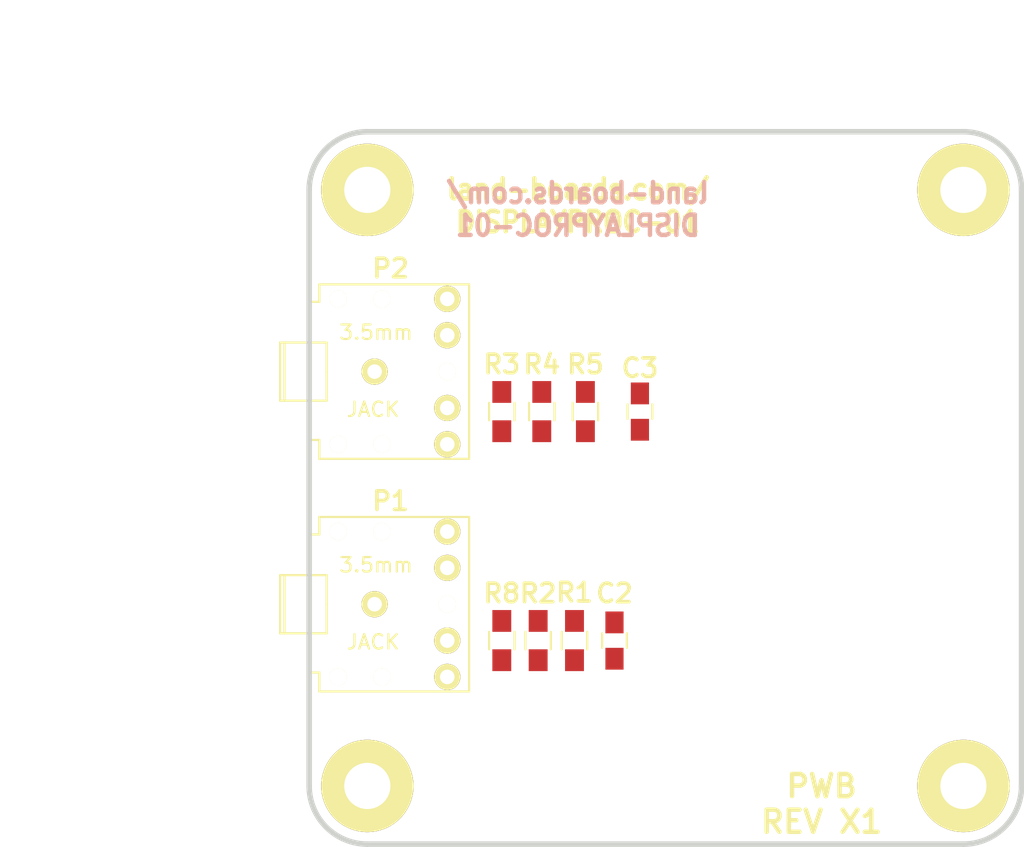
<source format=kicad_pcb>
(kicad_pcb (version 4) (host pcbnew "(after 2015-mar-04 BZR unknown)-product")

  (general
    (links 14)
    (no_connects 14)
    (area 154.809499 79.809499 204.190501 129.190501)
    (thickness 1.6002)
    (drawings 17)
    (tracks 0)
    (zones 0)
    (modules 14)
    (nets 7)
  )

  (page A)
  (title_block
    (title LED-TEST-2)
    (date "Thursday, October 06, 2016")
    (rev X1)
  )

  (layers
    (0 Front signal)
    (31 Back signal)
    (36 B.SilkS user)
    (37 F.SilkS user)
    (38 B.Mask user)
    (39 F.Mask user)
    (40 Dwgs.User user)
    (41 Cmts.User user)
    (44 Edge.Cuts user)
  )

  (setup
    (last_trace_width 0.2032)
    (user_trace_width 0.635)
    (trace_clearance 0.254)
    (zone_clearance 0.254)
    (zone_45_only no)
    (trace_min 0.2032)
    (segment_width 0.381)
    (edge_width 0.381)
    (via_size 0.889)
    (via_drill 0.635)
    (via_min_size 0.889)
    (via_min_drill 0.508)
    (uvia_size 0.508)
    (uvia_drill 0.127)
    (uvias_allowed no)
    (uvia_min_size 0.508)
    (uvia_min_drill 0.127)
    (pcb_text_width 0.3048)
    (pcb_text_size 1.524 2.032)
    (mod_edge_width 0.381)
    (mod_text_size 1.27 1.27)
    (mod_text_width 0.254)
    (pad_size 1.6764 1.6764)
    (pad_drill 0.8128)
    (pad_to_mask_clearance 0.254)
    (aux_axis_origin 0 0)
    (visible_elements 7FFFFF6F)
    (pcbplotparams
      (layerselection 0x010f0_80000001)
      (usegerberextensions true)
      (excludeedgelayer true)
      (linewidth 0.150000)
      (plotframeref false)
      (viasonmask false)
      (mode 1)
      (useauxorigin false)
      (hpglpennumber 1)
      (hpglpenspeed 20)
      (hpglpendiameter 15)
      (hpglpenoverlay 0)
      (psnegative false)
      (psa4output false)
      (plotreference true)
      (plotvalue false)
      (plotinvisibletext false)
      (padsonsilk false)
      (subtractmaskfromsilk false)
      (outputformat 1)
      (mirror false)
      (drillshape 0)
      (scaleselection 1)
      (outputdirectory plots/))
  )

  (net 0 "")
  (net 1 GND)
  (net 2 "Net-(C2-Pad2)")
  (net 3 "Net-(C3-Pad2)")
  (net 4 "Net-(P1-Pad1)")
  (net 5 "Net-(P2-Pad1)")
  (net 6 +5V)

  (net_class Default "This is the default net class."
    (clearance 0.254)
    (trace_width 0.2032)
    (via_dia 0.889)
    (via_drill 0.635)
    (uvia_dia 0.508)
    (uvia_drill 0.127)
    (add_net +5V)
    (add_net GND)
    (add_net "Net-(C2-Pad2)")
    (add_net "Net-(C3-Pad2)")
    (add_net "Net-(P1-Pad1)")
    (add_net "Net-(P2-Pad1)")
  )

  (module Capacitors_SMD:C_0805_HandSoldering (layer Front) (tedit 58FE5BA8) (tstamp 5820C9AC)
    (at 176 115 270)
    (descr "Capacitor SMD 0805, hand soldering")
    (tags "capacitor 0805")
    (path /58FE7316)
    (attr smd)
    (fp_text reference C2 (at -3.25 0 360) (layer F.SilkS)
      (effects (font (size 1.27 1.27) (thickness 0.254)))
    )
    (fp_text value 22pF (at 0 2.1 270) (layer F.SilkS) hide
      (effects (font (size 1 1) (thickness 0.15)))
    )
    (fp_line (start -1 0.625) (end -1 -0.625) (layer F.Fab) (width 0.15))
    (fp_line (start 1 0.625) (end -1 0.625) (layer F.Fab) (width 0.15))
    (fp_line (start 1 -0.625) (end 1 0.625) (layer F.Fab) (width 0.15))
    (fp_line (start -1 -0.625) (end 1 -0.625) (layer F.Fab) (width 0.15))
    (fp_line (start -2.3 -1) (end 2.3 -1) (layer F.CrtYd) (width 0.05))
    (fp_line (start -2.3 1) (end 2.3 1) (layer F.CrtYd) (width 0.05))
    (fp_line (start -2.3 -1) (end -2.3 1) (layer F.CrtYd) (width 0.05))
    (fp_line (start 2.3 -1) (end 2.3 1) (layer F.CrtYd) (width 0.05))
    (fp_line (start 0.5 -0.85) (end -0.5 -0.85) (layer F.SilkS) (width 0.15))
    (fp_line (start -0.5 0.85) (end 0.5 0.85) (layer F.SilkS) (width 0.15))
    (pad 1 smd rect (at -1.25 0 270) (size 1.5 1.25) (layers Front F.Mask)
      (net 1 GND))
    (pad 2 smd rect (at 1.25 0 270) (size 1.5 1.25) (layers Front F.Mask)
      (net 2 "Net-(C2-Pad2)"))
    (model Capacitors_SMD.3dshapes/C_0805_HandSoldering.wrl
      (at (xyz 0 0 0))
      (scale (xyz 1 1 1))
      (rotate (xyz 0 0 0))
    )
  )

  (module Resistors_SMD:R_0805_HandSoldering (layer Front) (tedit 5820C55E) (tstamp 5820C9D8)
    (at 173.25 115 270)
    (descr "Resistor SMD 0805, hand soldering")
    (tags "resistor 0805")
    (path /58FE6E9A)
    (attr smd)
    (fp_text reference R1 (at -3.302 0 360) (layer F.SilkS)
      (effects (font (size 1.27 1.27) (thickness 0.254)))
    )
    (fp_text value 10K (at 0 2.1 270) (layer F.SilkS) hide
      (effects (font (size 1 1) (thickness 0.15)))
    )
    (fp_line (start -2.4 -1) (end 2.4 -1) (layer F.CrtYd) (width 0.05))
    (fp_line (start -2.4 1) (end 2.4 1) (layer F.CrtYd) (width 0.05))
    (fp_line (start -2.4 -1) (end -2.4 1) (layer F.CrtYd) (width 0.05))
    (fp_line (start 2.4 -1) (end 2.4 1) (layer F.CrtYd) (width 0.05))
    (fp_line (start 0.6 0.875) (end -0.6 0.875) (layer F.SilkS) (width 0.15))
    (fp_line (start -0.6 -0.875) (end 0.6 -0.875) (layer F.SilkS) (width 0.15))
    (pad 1 smd rect (at -1.35 0 270) (size 1.5 1.3) (layers Front F.Mask)
      (net 6 +5V))
    (pad 2 smd rect (at 1.35 0 270) (size 1.5 1.3) (layers Front F.Mask)
      (net 2 "Net-(C2-Pad2)"))
    (model Resistors_SMD.3dshapes/R_0805_HandSoldering.wrl
      (at (xyz 0 0 0))
      (scale (xyz 1 1 1))
      (rotate (xyz 0 0 0))
    )
  )

  (module Resistors_SMD:R_0805_HandSoldering (layer Front) (tedit 58FE5BA0) (tstamp 5820C9E4)
    (at 170.75 115 90)
    (descr "Resistor SMD 0805, hand soldering")
    (tags "resistor 0805")
    (path /58FE7094)
    (attr smd)
    (fp_text reference R2 (at 3.25 0 180) (layer F.SilkS)
      (effects (font (size 1.27 1.27) (thickness 0.254)))
    )
    (fp_text value 10K (at 0 2.1 90) (layer F.SilkS) hide
      (effects (font (size 1 1) (thickness 0.15)))
    )
    (fp_line (start -2.4 -1) (end 2.4 -1) (layer F.CrtYd) (width 0.05))
    (fp_line (start -2.4 1) (end 2.4 1) (layer F.CrtYd) (width 0.05))
    (fp_line (start -2.4 -1) (end -2.4 1) (layer F.CrtYd) (width 0.05))
    (fp_line (start 2.4 -1) (end 2.4 1) (layer F.CrtYd) (width 0.05))
    (fp_line (start 0.6 0.875) (end -0.6 0.875) (layer F.SilkS) (width 0.15))
    (fp_line (start -0.6 -0.875) (end 0.6 -0.875) (layer F.SilkS) (width 0.15))
    (pad 1 smd rect (at -1.35 0 90) (size 1.5 1.3) (layers Front F.Mask)
      (net 2 "Net-(C2-Pad2)"))
    (pad 2 smd rect (at 1.35 0 90) (size 1.5 1.3) (layers Front F.Mask)
      (net 1 GND))
    (model Resistors_SMD.3dshapes/R_0805_HandSoldering.wrl
      (at (xyz 0 0 0))
      (scale (xyz 1 1 1))
      (rotate (xyz 0 0 0))
    )
  )

  (module Resistors_SMD:R_0805_HandSoldering (layer Front) (tedit 58FE5B90) (tstamp 5820D29E)
    (at 174 99.25 90)
    (descr "Resistor SMD 0805, hand soldering")
    (tags "resistor 0805")
    (path /58FE76F4)
    (attr smd)
    (fp_text reference R5 (at 3.25 0 180) (layer F.SilkS)
      (effects (font (size 1.27 1.27) (thickness 0.254)))
    )
    (fp_text value 10K (at 0 2.1 90) (layer B.SilkS) hide
      (effects (font (size 1 1) (thickness 0.15)) (justify mirror))
    )
    (fp_line (start -2.4 -1) (end 2.4 -1) (layer F.CrtYd) (width 0.05))
    (fp_line (start -2.4 1) (end 2.4 1) (layer F.CrtYd) (width 0.05))
    (fp_line (start -2.4 -1) (end -2.4 1) (layer F.CrtYd) (width 0.05))
    (fp_line (start 2.4 -1) (end 2.4 1) (layer F.CrtYd) (width 0.05))
    (fp_line (start 0.6 0.875) (end -0.6 0.875) (layer F.SilkS) (width 0.15))
    (fp_line (start -0.6 -0.875) (end 0.6 -0.875) (layer F.SilkS) (width 0.15))
    (pad 1 smd rect (at -1.35 0 90) (size 1.5 1.3) (layers Front F.Mask)
      (net 3 "Net-(C3-Pad2)"))
    (pad 2 smd rect (at 1.35 0 90) (size 1.5 1.3) (layers Front F.Mask)
      (net 1 GND))
    (model Resistors_SMD.3dshapes/R_0805_HandSoldering.wrl
      (at (xyz 0 0 0))
      (scale (xyz 1 1 1))
      (rotate (xyz 0 0 0))
    )
  )

  (module Resistors_SMD:R_0805_HandSoldering (layer Front) (tedit 58FE5B8B) (tstamp 58235945)
    (at 171 99.25 270)
    (descr "Resistor SMD 0805, hand soldering")
    (tags "resistor 0805")
    (path /58FE76EE)
    (attr smd)
    (fp_text reference R4 (at -3.25 0 360) (layer F.SilkS)
      (effects (font (size 1.27 1.27) (thickness 0.254)))
    )
    (fp_text value 10K (at 0 2.1 270) (layer B.SilkS) hide
      (effects (font (size 1 1) (thickness 0.15)) (justify mirror))
    )
    (fp_line (start -2.4 -1) (end 2.4 -1) (layer F.CrtYd) (width 0.05))
    (fp_line (start -2.4 1) (end 2.4 1) (layer F.CrtYd) (width 0.05))
    (fp_line (start -2.4 -1) (end -2.4 1) (layer F.CrtYd) (width 0.05))
    (fp_line (start 2.4 -1) (end 2.4 1) (layer F.CrtYd) (width 0.05))
    (fp_line (start 0.6 0.875) (end -0.6 0.875) (layer F.SilkS) (width 0.15))
    (fp_line (start -0.6 -0.875) (end 0.6 -0.875) (layer F.SilkS) (width 0.15))
    (pad 1 smd rect (at -1.35 0 270) (size 1.5 1.3) (layers Front F.Mask)
      (net 6 +5V))
    (pad 2 smd rect (at 1.35 0 270) (size 1.5 1.3) (layers Front F.Mask)
      (net 3 "Net-(C3-Pad2)"))
    (model Resistors_SMD.3dshapes/R_0805_HandSoldering.wrl
      (at (xyz 0 0 0))
      (scale (xyz 1 1 1))
      (rotate (xyz 0 0 0))
    )
  )

  (module Resistors_SMD:R_0805_HandSoldering (layer Front) (tedit 58FE5B86) (tstamp 58235951)
    (at 168.25 99.25 270)
    (descr "Resistor SMD 0805, hand soldering")
    (tags "resistor 0805")
    (path /58FE6E60)
    (attr smd)
    (fp_text reference R3 (at -3.25 0 360) (layer F.SilkS)
      (effects (font (size 1.27 1.27) (thickness 0.254)))
    )
    (fp_text value 56 (at 0 2.1 270) (layer F.SilkS) hide
      (effects (font (size 1 1) (thickness 0.15)))
    )
    (fp_line (start -2.4 -1) (end 2.4 -1) (layer F.CrtYd) (width 0.05))
    (fp_line (start -2.4 1) (end 2.4 1) (layer F.CrtYd) (width 0.05))
    (fp_line (start -2.4 -1) (end -2.4 1) (layer F.CrtYd) (width 0.05))
    (fp_line (start 2.4 -1) (end 2.4 1) (layer F.CrtYd) (width 0.05))
    (fp_line (start 0.6 0.875) (end -0.6 0.875) (layer F.SilkS) (width 0.15))
    (fp_line (start -0.6 -0.875) (end 0.6 -0.875) (layer F.SilkS) (width 0.15))
    (pad 1 smd rect (at -1.35 0 270) (size 1.5 1.3) (layers Front F.Mask)
      (net 5 "Net-(P2-Pad1)"))
    (pad 2 smd rect (at 1.35 0 270) (size 1.5 1.3) (layers Front F.Mask)
      (net 3 "Net-(C3-Pad2)"))
    (model Resistors_SMD.3dshapes/R_0805_HandSoldering.wrl
      (at (xyz 0 0 0))
      (scale (xyz 1 1 1))
      (rotate (xyz 0 0 0))
    )
  )

  (module Capacitors_SMD:C_0805_HandSoldering (layer Front) (tedit 58FE5B94) (tstamp 58236787)
    (at 177.75 99.25 270)
    (descr "Capacitor SMD 0805, hand soldering")
    (tags "capacitor 0805")
    (path /58FE76FA)
    (attr smd)
    (fp_text reference C3 (at -3 0 360) (layer F.SilkS)
      (effects (font (size 1.27 1.27) (thickness 0.254)))
    )
    (fp_text value 22pF (at 0 2.1 270) (layer F.SilkS) hide
      (effects (font (size 1 1) (thickness 0.15)))
    )
    (fp_line (start -1 0.625) (end -1 -0.625) (layer F.Fab) (width 0.15))
    (fp_line (start 1 0.625) (end -1 0.625) (layer F.Fab) (width 0.15))
    (fp_line (start 1 -0.625) (end 1 0.625) (layer F.Fab) (width 0.15))
    (fp_line (start -1 -0.625) (end 1 -0.625) (layer F.Fab) (width 0.15))
    (fp_line (start -2.3 -1) (end 2.3 -1) (layer F.CrtYd) (width 0.05))
    (fp_line (start -2.3 1) (end 2.3 1) (layer F.CrtYd) (width 0.05))
    (fp_line (start -2.3 -1) (end -2.3 1) (layer F.CrtYd) (width 0.05))
    (fp_line (start 2.3 -1) (end 2.3 1) (layer F.CrtYd) (width 0.05))
    (fp_line (start 0.5 -0.85) (end -0.5 -0.85) (layer F.SilkS) (width 0.15))
    (fp_line (start -0.5 0.85) (end 0.5 0.85) (layer F.SilkS) (width 0.15))
    (pad 1 smd rect (at -1.25 0 270) (size 1.5 1.25) (layers Front F.Mask)
      (net 1 GND))
    (pad 2 smd rect (at 1.25 0 270) (size 1.5 1.25) (layers Front F.Mask)
      (net 3 "Net-(C3-Pad2)"))
    (model Capacitors_SMD.3dshapes/C_0805_HandSoldering.wrl
      (at (xyz 0 0 0))
      (scale (xyz 1 1 1))
      (rotate (xyz 0 0 0))
    )
  )

  (module Resistors_SMD:R_0805_HandSoldering (layer Front) (tedit 58FE5BA5) (tstamp 58261848)
    (at 168.25 115 270)
    (descr "Resistor SMD 0805, hand soldering")
    (tags "resistor 0805")
    (path /58262281)
    (attr smd)
    (fp_text reference R8 (at -3.25 0 360) (layer F.SilkS)
      (effects (font (size 1.27 1.27) (thickness 0.254)))
    )
    (fp_text value 56 (at 0 2.1 270) (layer F.Fab)
      (effects (font (size 1 1) (thickness 0.15)))
    )
    (fp_line (start -2.4 -1) (end 2.4 -1) (layer F.CrtYd) (width 0.05))
    (fp_line (start -2.4 1) (end 2.4 1) (layer F.CrtYd) (width 0.05))
    (fp_line (start -2.4 -1) (end -2.4 1) (layer F.CrtYd) (width 0.05))
    (fp_line (start 2.4 -1) (end 2.4 1) (layer F.CrtYd) (width 0.05))
    (fp_line (start 0.6 0.875) (end -0.6 0.875) (layer F.SilkS) (width 0.15))
    (fp_line (start -0.6 -0.875) (end 0.6 -0.875) (layer F.SilkS) (width 0.15))
    (pad 1 smd rect (at -1.35 0 270) (size 1.5 1.3) (layers Front F.Mask)
      (net 4 "Net-(P1-Pad1)"))
    (pad 2 smd rect (at 1.35 0 270) (size 1.5 1.3) (layers Front F.Mask)
      (net 2 "Net-(C2-Pad2)"))
    (model Resistors_SMD.3dshapes/R_0805_HandSoldering.wrl
      (at (xyz 0 0 0))
      (scale (xyz 1 1 1))
      (rotate (xyz 0 0 0))
    )
  )

  (module LandBoards_MountHoles:MTG-4-40 (layer Front) (tedit 53F3AE25) (tstamp 58FE6162)
    (at 159 84)
    (path /58FE9BF3)
    (fp_text reference MTG1 (at -6.858 -0.635) (layer F.SilkS) hide
      (effects (font (size 1.27 1.27) (thickness 0.254)))
    )
    (fp_text value MTG_HOLE (at 0 -5.08) (layer F.SilkS) hide
      (effects (font (thickness 0.3048)))
    )
    (pad 1 thru_hole circle (at 0 0) (size 6.35 6.35) (drill 3.175) (layers *.Cu *.Mask F.SilkS))
  )

  (module LandBoards_MountHoles:MTG-4-40 (layer Front) (tedit 53F3AE25) (tstamp 58FE6166)
    (at 200 84)
    (path /58FE9C45)
    (fp_text reference MTG2 (at -6.858 -0.635) (layer F.SilkS) hide
      (effects (font (size 1.27 1.27) (thickness 0.254)))
    )
    (fp_text value MTG_HOLE (at 0 -5.08) (layer F.SilkS) hide
      (effects (font (thickness 0.3048)))
    )
    (pad 1 thru_hole circle (at 0 0) (size 6.35 6.35) (drill 3.175) (layers *.Cu *.Mask F.SilkS))
  )

  (module LandBoards_MountHoles:MTG-4-40 (layer Front) (tedit 53F3AE25) (tstamp 58FE616A)
    (at 159 125)
    (path /58FE9C4B)
    (fp_text reference MTG3 (at -6.858 -0.635) (layer F.SilkS) hide
      (effects (font (size 1.27 1.27) (thickness 0.254)))
    )
    (fp_text value MTG_HOLE (at 0 -5.08) (layer F.SilkS) hide
      (effects (font (thickness 0.3048)))
    )
    (pad 1 thru_hole circle (at 0 0) (size 6.35 6.35) (drill 3.175) (layers *.Cu *.Mask F.SilkS))
  )

  (module LandBoards_MountHoles:MTG-4-40 (layer Front) (tedit 53F3AE25) (tstamp 58FE6172)
    (at 200 125)
    (path /58FE9B3A)
    (fp_text reference MTG?1 (at -6.858 -0.635) (layer F.SilkS) hide
      (effects (font (size 1.27 1.27) (thickness 0.254)))
    )
    (fp_text value MTG_HOLE (at 0 -5.08) (layer F.SilkS) hide
      (effects (font (thickness 0.3048)))
    )
    (pad 1 thru_hole circle (at 0 0) (size 6.35 6.35) (drill 3.175) (layers *.Cu *.Mask F.SilkS))
  )

  (module LandBoards_Conns:CONN_3p5mm (layer Front) (tedit 58FE5695) (tstamp 58FE6173)
    (at 155 112.5)
    (path /58FE6592)
    (fp_text reference P1 (at 5.6 -7.1) (layer F.SilkS)
      (effects (font (size 1.27 1.27) (thickness 0.254)))
    )
    (fp_text value CONN_01X05 (at 4.6 7.1) (layer F.Fab) hide
      (effects (font (size 1 1) (thickness 0.15)))
    )
    (fp_text user JACK (at 4.4 2.6) (layer F.SilkS)
      (effects (font (size 1 1) (thickness 0.15)))
    )
    (fp_text user 3.5mm (at 4.6 -2.7) (layer F.SilkS)
      (effects (font (size 1 1) (thickness 0.15)))
    )
    (fp_line (start -1.7 -2) (end -1.7 2) (layer F.SilkS) (width 0.15))
    (fp_line (start 0 -2) (end -2 -2) (layer F.SilkS) (width 0.15))
    (fp_line (start -2 -2) (end -2 2) (layer F.SilkS) (width 0.15))
    (fp_line (start -2 2) (end 0 2) (layer F.SilkS) (width 0.15))
    (fp_line (start 0.7 6) (end 11 6) (layer F.SilkS) (width 0.15))
    (fp_line (start 0 2) (end 0 4.7) (layer F.SilkS) (width 0.15))
    (fp_line (start 0 4.7) (end 0.7 4.7) (layer F.SilkS) (width 0.15))
    (fp_line (start 0.7 4.7) (end 0.7 6) (layer F.SilkS) (width 0.15))
    (fp_line (start 0.7 -6) (end 11 -6) (layer F.SilkS) (width 0.15))
    (fp_line (start 0 -4.8) (end 0 -2) (layer F.SilkS) (width 0.15))
    (fp_line (start 0 -4.8) (end 0.7 -4.8) (layer F.SilkS) (width 0.15))
    (fp_line (start 0.7 -4.8) (end 0.7 -6) (layer F.SilkS) (width 0.15))
    (fp_line (start 11 -6) (end 11 6) (layer F.SilkS) (width 0.15))
    (fp_line (start 1.2 0) (end 1.2 2) (layer F.SilkS) (width 0.15))
    (fp_line (start 1.2 2) (end 0 2) (layer F.SilkS) (width 0.15))
    (fp_line (start 1.2 0) (end 1.2 -2) (layer F.SilkS) (width 0.15))
    (fp_line (start 1.2 -2) (end 0 -2) (layer F.SilkS) (width 0.15))
    (pad 1 thru_hole circle (at 4.5 0) (size 1.8 1.8) (drill 1) (layers *.Cu *.Mask F.SilkS)
      (net 4 "Net-(P1-Pad1)"))
    (pad 2 thru_hole circle (at 9.5 5) (size 1.8 1.8) (drill 1) (layers *.Cu *.Mask F.SilkS)
      (net 2 "Net-(C2-Pad2)"))
    (pad 3 thru_hole circle (at 9.5 -5) (size 1.8 1.8) (drill 1) (layers *.Cu *.Mask F.SilkS))
    (pad 4 thru_hole circle (at 9.5 2.5) (size 1.8 1.8) (drill 1) (layers *.Cu *.Mask F.SilkS))
    (pad 5 thru_hole circle (at 9.5 -2.5) (size 1.8 1.8) (drill 1) (layers *.Cu *.Mask F.SilkS))
    (pad "" np_thru_hole circle (at 2 5) (size 1.2 1.2) (drill 1.2) (layers *.Cu *.Mask F.SilkS))
    (pad "" np_thru_hole circle (at 2 -5) (size 1.2 1.2) (drill 1.2) (layers *.Cu *.Mask F.SilkS))
    (pad "" np_thru_hole circle (at 5 -5) (size 1.2 1.2) (drill 1.2) (layers *.Cu *.Mask F.SilkS))
    (pad "" np_thru_hole circle (at 5 5) (size 1.2 1.2) (drill 1.2) (layers *.Cu *.Mask F.SilkS))
    (pad "" np_thru_hole circle (at 9.5 0) (size 1.2 1.2) (drill 1.2) (layers *.Cu *.Mask F.SilkS))
  )

  (module LandBoards_Conns:CONN_3p5mm (layer Front) (tedit 58FE5695) (tstamp 58FE61B3)
    (at 155 96.5)
    (path /58FE67EA)
    (fp_text reference P2 (at 5.6 -7.1) (layer F.SilkS)
      (effects (font (size 1.27 1.27) (thickness 0.254)))
    )
    (fp_text value CONN_01X05 (at 4.6 7.1) (layer F.Fab) hide
      (effects (font (size 1 1) (thickness 0.15)))
    )
    (fp_text user JACK (at 4.4 2.6) (layer F.SilkS)
      (effects (font (size 1 1) (thickness 0.15)))
    )
    (fp_text user 3.5mm (at 4.6 -2.7) (layer F.SilkS)
      (effects (font (size 1 1) (thickness 0.15)))
    )
    (fp_line (start -1.7 -2) (end -1.7 2) (layer F.SilkS) (width 0.15))
    (fp_line (start 0 -2) (end -2 -2) (layer F.SilkS) (width 0.15))
    (fp_line (start -2 -2) (end -2 2) (layer F.SilkS) (width 0.15))
    (fp_line (start -2 2) (end 0 2) (layer F.SilkS) (width 0.15))
    (fp_line (start 0.7 6) (end 11 6) (layer F.SilkS) (width 0.15))
    (fp_line (start 0 2) (end 0 4.7) (layer F.SilkS) (width 0.15))
    (fp_line (start 0 4.7) (end 0.7 4.7) (layer F.SilkS) (width 0.15))
    (fp_line (start 0.7 4.7) (end 0.7 6) (layer F.SilkS) (width 0.15))
    (fp_line (start 0.7 -6) (end 11 -6) (layer F.SilkS) (width 0.15))
    (fp_line (start 0 -4.8) (end 0 -2) (layer F.SilkS) (width 0.15))
    (fp_line (start 0 -4.8) (end 0.7 -4.8) (layer F.SilkS) (width 0.15))
    (fp_line (start 0.7 -4.8) (end 0.7 -6) (layer F.SilkS) (width 0.15))
    (fp_line (start 11 -6) (end 11 6) (layer F.SilkS) (width 0.15))
    (fp_line (start 1.2 0) (end 1.2 2) (layer F.SilkS) (width 0.15))
    (fp_line (start 1.2 2) (end 0 2) (layer F.SilkS) (width 0.15))
    (fp_line (start 1.2 0) (end 1.2 -2) (layer F.SilkS) (width 0.15))
    (fp_line (start 1.2 -2) (end 0 -2) (layer F.SilkS) (width 0.15))
    (pad 1 thru_hole circle (at 4.5 0) (size 1.8 1.8) (drill 1) (layers *.Cu *.Mask F.SilkS)
      (net 5 "Net-(P2-Pad1)"))
    (pad 2 thru_hole circle (at 9.5 5) (size 1.8 1.8) (drill 1) (layers *.Cu *.Mask F.SilkS)
      (net 3 "Net-(C3-Pad2)"))
    (pad 3 thru_hole circle (at 9.5 -5) (size 1.8 1.8) (drill 1) (layers *.Cu *.Mask F.SilkS))
    (pad 4 thru_hole circle (at 9.5 2.5) (size 1.8 1.8) (drill 1) (layers *.Cu *.Mask F.SilkS))
    (pad 5 thru_hole circle (at 9.5 -2.5) (size 1.8 1.8) (drill 1) (layers *.Cu *.Mask F.SilkS))
    (pad "" np_thru_hole circle (at 2 5) (size 1.2 1.2) (drill 1.2) (layers *.Cu *.Mask F.SilkS))
    (pad "" np_thru_hole circle (at 2 -5) (size 1.2 1.2) (drill 1.2) (layers *.Cu *.Mask F.SilkS))
    (pad "" np_thru_hole circle (at 5 -5) (size 1.2 1.2) (drill 1.2) (layers *.Cu *.Mask F.SilkS))
    (pad "" np_thru_hole circle (at 5 5) (size 1.2 1.2) (drill 1.2) (layers *.Cu *.Mask F.SilkS))
    (pad "" np_thru_hole circle (at 9.5 0) (size 1.2 1.2) (drill 1.2) (layers *.Cu *.Mask F.SilkS))
  )

  (gr_text "land-boards.com/\nDISPLAYPROC-01" (at 173.482 85.09) (layer F.SilkS)
    (effects (font (size 1.397 1.27) (thickness 0.3048)))
  )
  (gr_line (start 184.912 129.032) (end 190.5 129.032) (angle 90) (layer Dwgs.User) (width 0.381))
  (dimension 41 (width 0.3048) (layer Dwgs.User)
    (gr_text "41.000 mm" (at 140.3744 104.5 90) (layer Dwgs.User)
      (effects (font (size 2.032 1.524) (thickness 0.3048)))
    )
    (feature1 (pts (xy 159 84) (xy 138.7488 84)))
    (feature2 (pts (xy 159 125) (xy 138.7488 125)))
    (crossbar (pts (xy 142 125) (xy 142 84)))
    (arrow1a (pts (xy 142 84) (xy 142.58642 85.126503)))
    (arrow1b (pts (xy 142 84) (xy 141.41358 85.126503)))
    (arrow2a (pts (xy 142 125) (xy 142.58642 123.873497)))
    (arrow2b (pts (xy 142 125) (xy 141.41358 123.873497)))
  )
  (dimension 4 (width 0.3048) (layer Dwgs.User)
    (gr_text "4.000 mm" (at 157 73.374401) (layer Dwgs.User)
      (effects (font (size 2.032 1.524) (thickness 0.3048)))
    )
    (feature1 (pts (xy 155 84) (xy 155 71.748801)))
    (feature2 (pts (xy 159 84) (xy 159 71.748801)))
    (crossbar (pts (xy 159 75.000001) (xy 155 75.000001)))
    (arrow1a (pts (xy 155 75.000001) (xy 156.126503 74.413581)))
    (arrow1b (pts (xy 155 75.000001) (xy 156.126503 75.586421)))
    (arrow2a (pts (xy 159 75.000001) (xy 157.873497 74.413581)))
    (arrow2b (pts (xy 159 75.000001) (xy 157.873497 75.586421)))
  )
  (dimension 4 (width 0.3048) (layer Dwgs.User)
    (gr_text "4.000 mm" (at 148.3744 82 90) (layer Dwgs.User)
      (effects (font (size 2.032 1.524) (thickness 0.3048)))
    )
    (feature1 (pts (xy 159 80) (xy 146.7488 80)))
    (feature2 (pts (xy 159 84) (xy 146.7488 84)))
    (crossbar (pts (xy 150 84) (xy 150 80)))
    (arrow1a (pts (xy 150 80) (xy 150.58642 81.126503)))
    (arrow1b (pts (xy 150 80) (xy 149.41358 81.126503)))
    (arrow2a (pts (xy 150 84) (xy 150.58642 82.873497)))
    (arrow2b (pts (xy 150 84) (xy 149.41358 82.873497)))
  )
  (gr_text "land-boards.com/\nDISPLAYPROC-01" (at 173.482 85.344) (layer B.SilkS)
    (effects (font (size 1.397 1.27) (thickness 0.3048)) (justify mirror))
  )
  (gr_text "PWB\nREV X1" (at 190.246 126.238) (layer F.SilkS)
    (effects (font (thickness 0.3048)))
  )
  (gr_line (start 204 125) (end 204 84) (angle 90) (layer Edge.Cuts) (width 0.381))
  (gr_line (start 159 129) (end 200 129) (angle 90) (layer Edge.Cuts) (width 0.381))
  (gr_line (start 155 84) (end 155 125) (angle 90) (layer Edge.Cuts) (width 0.381))
  (gr_line (start 200 80) (end 159 80) (angle 90) (layer Edge.Cuts) (width 0.381))
  (gr_arc (start 159 125) (end 159 129) (angle 90) (layer Edge.Cuts) (width 0.381))
  (gr_arc (start 200 125) (end 204 125) (angle 90) (layer Edge.Cuts) (width 0.381))
  (gr_arc (start 200 84) (end 200 80) (angle 90) (layer Edge.Cuts) (width 0.381))
  (gr_arc (start 159 84) (end 155 84) (angle 90) (layer Edge.Cuts) (width 0.381))
  (dimension 49 (width 0.3048) (layer Dwgs.User)
    (gr_text "49.000 mm" (at 151.3744 104.5 90) (layer Dwgs.User)
      (effects (font (size 2.032 1.524) (thickness 0.3048)))
    )
    (feature1 (pts (xy 155 80) (xy 149.7488 80)))
    (feature2 (pts (xy 155 129) (xy 149.7488 129)))
    (crossbar (pts (xy 153 129) (xy 153 80)))
    (arrow1a (pts (xy 153 80) (xy 153.58642 81.126503)))
    (arrow1b (pts (xy 153 80) (xy 152.41358 81.126503)))
    (arrow2a (pts (xy 153 129) (xy 153.58642 127.873497)))
    (arrow2b (pts (xy 153 129) (xy 152.41358 127.873497)))
  )
  (dimension 49 (width 0.3048) (layer Dwgs.User)
    (gr_text "49.000 mm" (at 179.5 76.374401) (layer Dwgs.User)
      (effects (font (size 2.032 1.524) (thickness 0.3048)))
    )
    (feature1 (pts (xy 204 80) (xy 204 74.748801)))
    (feature2 (pts (xy 155 80) (xy 155 74.748801)))
    (crossbar (pts (xy 155 78.000001) (xy 204 78.000001)))
    (arrow1a (pts (xy 204 78.000001) (xy 202.873497 78.586421)))
    (arrow1b (pts (xy 204 78.000001) (xy 202.873497 77.413581)))
    (arrow2a (pts (xy 155 78.000001) (xy 156.126503 78.586421)))
    (arrow2b (pts (xy 155 78.000001) (xy 156.126503 77.413581)))
  )

)

</source>
